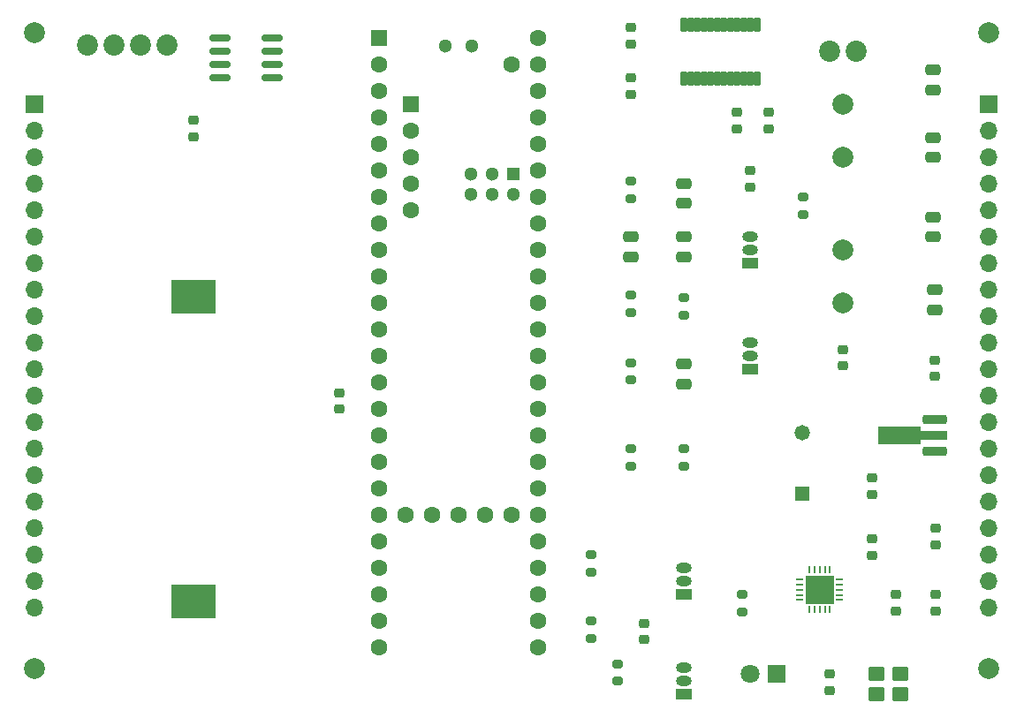
<source format=gbr>
G04 #@! TF.GenerationSoftware,KiCad,Pcbnew,8.0.4*
G04 #@! TF.CreationDate,2024-08-15T07:01:29-07:00*
G04 #@! TF.ProjectId,PocketFT8Xcvr,506f636b-6574-4465-9438-586376722e6b,rev?*
G04 #@! TF.SameCoordinates,Original*
G04 #@! TF.FileFunction,Soldermask,Top*
G04 #@! TF.FilePolarity,Negative*
%FSLAX46Y46*%
G04 Gerber Fmt 4.6, Leading zero omitted, Abs format (unit mm)*
G04 Created by KiCad (PCBNEW 8.0.4) date 2024-08-15 07:01:29*
%MOMM*%
%LPD*%
G01*
G04 APERTURE LIST*
G04 Aperture macros list*
%AMRoundRect*
0 Rectangle with rounded corners*
0 $1 Rounding radius*
0 $2 $3 $4 $5 $6 $7 $8 $9 X,Y pos of 4 corners*
0 Add a 4 corners polygon primitive as box body*
4,1,4,$2,$3,$4,$5,$6,$7,$8,$9,$2,$3,0*
0 Add four circle primitives for the rounded corners*
1,1,$1+$1,$2,$3*
1,1,$1+$1,$4,$5*
1,1,$1+$1,$6,$7*
1,1,$1+$1,$8,$9*
0 Add four rect primitives between the rounded corners*
20,1,$1+$1,$2,$3,$4,$5,0*
20,1,$1+$1,$4,$5,$6,$7,0*
20,1,$1+$1,$6,$7,$8,$9,0*
20,1,$1+$1,$8,$9,$2,$3,0*%
%AMFreePoly0*
4,1,9,5.362500,-0.866500,1.237500,-0.866500,1.237500,-0.450000,-1.237500,-0.450000,-1.237500,0.450000,1.237500,0.450000,1.237500,0.866500,5.362500,0.866500,5.362500,-0.866500,5.362500,-0.866500,$1*%
G04 Aperture macros list end*
%ADD10RoundRect,0.225000X0.250000X-0.225000X0.250000X0.225000X-0.250000X0.225000X-0.250000X-0.225000X0*%
%ADD11C,2.000000*%
%ADD12R,1.600000X1.600000*%
%ADD13C,1.600000*%
%ADD14R,1.300000X1.300000*%
%ADD15C,1.300000*%
%ADD16RoundRect,0.200000X-0.275000X0.200000X-0.275000X-0.200000X0.275000X-0.200000X0.275000X0.200000X0*%
%ADD17RoundRect,0.102000X0.650000X-0.550000X0.650000X0.550000X-0.650000X0.550000X-0.650000X-0.550000X0*%
%ADD18RoundRect,0.250000X0.475000X-0.250000X0.475000X0.250000X-0.475000X0.250000X-0.475000X-0.250000X0*%
%ADD19R,4.318000X3.302000*%
%ADD20C,2.020000*%
%ADD21RoundRect,0.200000X0.275000X-0.200000X0.275000X0.200000X-0.275000X0.200000X-0.275000X-0.200000X0*%
%ADD22RoundRect,0.250000X-0.475000X0.250000X-0.475000X-0.250000X0.475000X-0.250000X0.475000X0.250000X0*%
%ADD23R,1.500000X1.000000*%
%ADD24O,1.500000X1.000000*%
%ADD25R,1.473200X1.473200*%
%ADD26C,1.473200*%
%ADD27R,1.700000X1.700000*%
%ADD28O,1.700000X1.700000*%
%ADD29RoundRect,0.225000X-0.250000X0.225000X-0.250000X-0.225000X0.250000X-0.225000X0.250000X0.225000X0*%
%ADD30RoundRect,0.150000X-0.825000X-0.150000X0.825000X-0.150000X0.825000X0.150000X-0.825000X0.150000X0*%
%ADD31R,1.800000X1.800000*%
%ADD32C,1.800000*%
%ADD33R,0.762000X0.254000*%
%ADD34R,0.254000X0.762000*%
%ADD35R,2.743200X2.743200*%
%ADD36RoundRect,0.225000X0.925000X0.225000X-0.925000X0.225000X-0.925000X-0.225000X0.925000X-0.225000X0*%
%ADD37FreePoly0,180.000000*%
%ADD38RoundRect,0.100000X-0.200000X0.600000X-0.200000X-0.600000X0.200000X-0.600000X0.200000X0.600000X0*%
G04 APERTURE END LIST*
D10*
X177038000Y-63272000D03*
X177038000Y-61722000D03*
D11*
X106680000Y-115062000D03*
D12*
X139700000Y-54610000D03*
D13*
X139700000Y-57150000D03*
X139700000Y-59690000D03*
X139700000Y-62230000D03*
X139700000Y-64770000D03*
X139700000Y-67310000D03*
X139700000Y-69850000D03*
X139700000Y-72390000D03*
X139700000Y-74930000D03*
X139700000Y-77470000D03*
X139700000Y-80010000D03*
X139700000Y-82550000D03*
X139700000Y-85090000D03*
X139700000Y-87630000D03*
X139700000Y-90170000D03*
X139700000Y-92710000D03*
X139700000Y-95250000D03*
X139700000Y-97790000D03*
X139700000Y-100330000D03*
X139700000Y-102870000D03*
X139700000Y-105410000D03*
X139700000Y-107950000D03*
X139700000Y-110490000D03*
X139700000Y-113030000D03*
X154940000Y-113030000D03*
X154940000Y-110490000D03*
X154940000Y-107950000D03*
X154940000Y-105410000D03*
X154940000Y-102870000D03*
X154940000Y-100330000D03*
X154940000Y-97790000D03*
X154940000Y-95250000D03*
X154940000Y-92710000D03*
X154940000Y-90170000D03*
X154940000Y-87630000D03*
X154940000Y-85090000D03*
X154940000Y-82550000D03*
X154940000Y-80010000D03*
X154940000Y-77470000D03*
X154940000Y-74930000D03*
X154940000Y-72390000D03*
X154940000Y-69850000D03*
X154940000Y-67310000D03*
X154940000Y-64770000D03*
X154940000Y-62230000D03*
X154940000Y-59690000D03*
X154940000Y-57150000D03*
X154940000Y-54610000D03*
X152400000Y-57150000D03*
X142240000Y-100330000D03*
X144780000Y-100330000D03*
X147320000Y-100330000D03*
X149860000Y-100330000D03*
X152400000Y-100330000D03*
D12*
X142750800Y-60909200D03*
D13*
X142750800Y-63449200D03*
X142750800Y-65989200D03*
X142750800Y-68529200D03*
X142750800Y-71069200D03*
D14*
X152501600Y-67580000D03*
D15*
X150501600Y-67580000D03*
X148501600Y-67580000D03*
X148501600Y-69580000D03*
X150501600Y-69580000D03*
X152501600Y-69580000D03*
X148590000Y-55340000D03*
X146050000Y-55340000D03*
D16*
X163830000Y-93980000D03*
X163830000Y-95630000D03*
D17*
X187311000Y-117470000D03*
X189611000Y-117470000D03*
X189611000Y-115570000D03*
X187311000Y-115570000D03*
D18*
X168910000Y-75560000D03*
X168910000Y-73660000D03*
D19*
X121920000Y-108585000D03*
X121920000Y-79375000D03*
D20*
X182880000Y-55880000D03*
X185420000Y-55880000D03*
D11*
X184150000Y-66040000D03*
X184150000Y-60960000D03*
D21*
X160020000Y-105790000D03*
X160020000Y-104140000D03*
D11*
X106680000Y-54102000D03*
D22*
X168910000Y-85852000D03*
X168910000Y-87752000D03*
D10*
X184150000Y-86005000D03*
X184150000Y-84455000D03*
D23*
X168910000Y-117475000D03*
D24*
X168910000Y-116205000D03*
X168910000Y-114935000D03*
D10*
X173990000Y-63272000D03*
X173990000Y-61722000D03*
D25*
X180213000Y-98247200D03*
D26*
X180213000Y-92456000D03*
D11*
X184150000Y-80010000D03*
X184150000Y-74930000D03*
D22*
X163830000Y-73660000D03*
X163830000Y-75560000D03*
D27*
X198120000Y-60960000D03*
D28*
X198120000Y-63500000D03*
X198120000Y-66040000D03*
X198120000Y-68580000D03*
X198120000Y-71120000D03*
X198120000Y-73660000D03*
X198120000Y-76200000D03*
X198120000Y-78740000D03*
X198120000Y-81280000D03*
X198120000Y-83820000D03*
X198120000Y-86360000D03*
X198120000Y-88900000D03*
X198120000Y-91440000D03*
X198120000Y-93980000D03*
X198120000Y-96520000D03*
X198120000Y-99060000D03*
X198120000Y-101600000D03*
X198120000Y-104140000D03*
X198120000Y-106680000D03*
X198120000Y-109220000D03*
D29*
X121920000Y-62484000D03*
X121920000Y-64034000D03*
D10*
X193040000Y-103150000D03*
X193040000Y-101600000D03*
D30*
X124460000Y-54610000D03*
X124460000Y-55880000D03*
X124460000Y-57150000D03*
X124460000Y-58420000D03*
X129410000Y-58420000D03*
X129410000Y-57150000D03*
X129410000Y-55880000D03*
X129410000Y-54610000D03*
D10*
X189230000Y-109500000D03*
X189230000Y-107950000D03*
D18*
X192786000Y-66040000D03*
X192786000Y-64140000D03*
D10*
X193040000Y-109500000D03*
X193040000Y-107950000D03*
D11*
X198120000Y-115062000D03*
D10*
X175260000Y-68860000D03*
X175260000Y-67310000D03*
D21*
X160020000Y-112140000D03*
X160020000Y-110490000D03*
X180340000Y-71500000D03*
X180340000Y-69850000D03*
D23*
X168910000Y-107950000D03*
D24*
X168910000Y-106680000D03*
X168910000Y-105410000D03*
D21*
X168910000Y-95630000D03*
X168910000Y-93980000D03*
D22*
X192786000Y-71760000D03*
X192786000Y-73660000D03*
D23*
X175260000Y-76200000D03*
D24*
X175260000Y-74930000D03*
X175260000Y-73660000D03*
D18*
X192786000Y-59558000D03*
X192786000Y-57658000D03*
D29*
X186944000Y-102616000D03*
X186944000Y-104166000D03*
D31*
X177800000Y-115570000D03*
D32*
X175260000Y-115570000D03*
D16*
X174435000Y-107950000D03*
X174435000Y-109600000D03*
D33*
X179967128Y-106459528D03*
X179967128Y-106957114D03*
X179967128Y-107454700D03*
X179967128Y-107952286D03*
X179967128Y-108449872D03*
D34*
X180889656Y-109372400D03*
X181387242Y-109372400D03*
X181884828Y-109372400D03*
X182382414Y-109372400D03*
X182880000Y-109372400D03*
D33*
X183802528Y-108449872D03*
X183802528Y-107952286D03*
X183802528Y-107454700D03*
X183802528Y-106957114D03*
X183802528Y-106459528D03*
D34*
X182880000Y-105537000D03*
X182382414Y-105537000D03*
X181884828Y-105537000D03*
X181387242Y-105537000D03*
X180889656Y-105537000D03*
D35*
X181884828Y-107454700D03*
D21*
X163830000Y-80898000D03*
X163830000Y-79248000D03*
D10*
X135890000Y-90170000D03*
X135890000Y-88620000D03*
X163830000Y-59970000D03*
X163830000Y-58420000D03*
D16*
X162560000Y-114555000D03*
X162560000Y-116205000D03*
D10*
X163830000Y-55144000D03*
X163830000Y-53594000D03*
D23*
X175260000Y-86360000D03*
D24*
X175260000Y-85090000D03*
X175260000Y-83820000D03*
D11*
X198120000Y-54102000D03*
D21*
X163830000Y-87375000D03*
X163830000Y-85725000D03*
D36*
X192950000Y-94186000D03*
D37*
X192862500Y-92686000D03*
D36*
X192950000Y-91186000D03*
D29*
X186944000Y-96774000D03*
X186944000Y-98324000D03*
D38*
X175895000Y-53280000D03*
X175260000Y-53280000D03*
X174625000Y-53280000D03*
X173990000Y-53280000D03*
X173355000Y-53280000D03*
X172720000Y-53280000D03*
X172085000Y-53280000D03*
X171450000Y-53280000D03*
X170815000Y-53280000D03*
X170180000Y-53280000D03*
X169545000Y-53280000D03*
X168910000Y-53280000D03*
X168910000Y-58480000D03*
X169545000Y-58480000D03*
X170180000Y-58480000D03*
X170815000Y-58480000D03*
X171450000Y-58480000D03*
X172085000Y-58480000D03*
X172720000Y-58480000D03*
X173355000Y-58480000D03*
X173990000Y-58480000D03*
X174625000Y-58480000D03*
X175260000Y-58480000D03*
X175895000Y-58480000D03*
D20*
X111760000Y-55245000D03*
X114300000Y-55245000D03*
X116840000Y-55245000D03*
X119380000Y-55245000D03*
D10*
X165087000Y-112268000D03*
X165087000Y-110718000D03*
D21*
X168910000Y-81152000D03*
X168910000Y-79502000D03*
D22*
X168910000Y-68521000D03*
X168910000Y-70421000D03*
D10*
X182880000Y-117120000D03*
X182880000Y-115570000D03*
D16*
X163830000Y-68326000D03*
X163830000Y-69976000D03*
D27*
X106680000Y-60960000D03*
D28*
X106680000Y-63500000D03*
X106680000Y-66040000D03*
X106680000Y-68580000D03*
X106680000Y-71120000D03*
X106680000Y-73660000D03*
X106680000Y-76200000D03*
X106680000Y-78740000D03*
X106680000Y-81280000D03*
X106680000Y-83820000D03*
X106680000Y-86360000D03*
X106680000Y-88900000D03*
X106680000Y-91440000D03*
X106680000Y-93980000D03*
X106680000Y-96520000D03*
X106680000Y-99060000D03*
X106680000Y-101600000D03*
X106680000Y-104140000D03*
X106680000Y-106680000D03*
X106680000Y-109220000D03*
D18*
X192913000Y-80640000D03*
X192913000Y-78740000D03*
D10*
X192913000Y-87021000D03*
X192913000Y-85471000D03*
M02*

</source>
